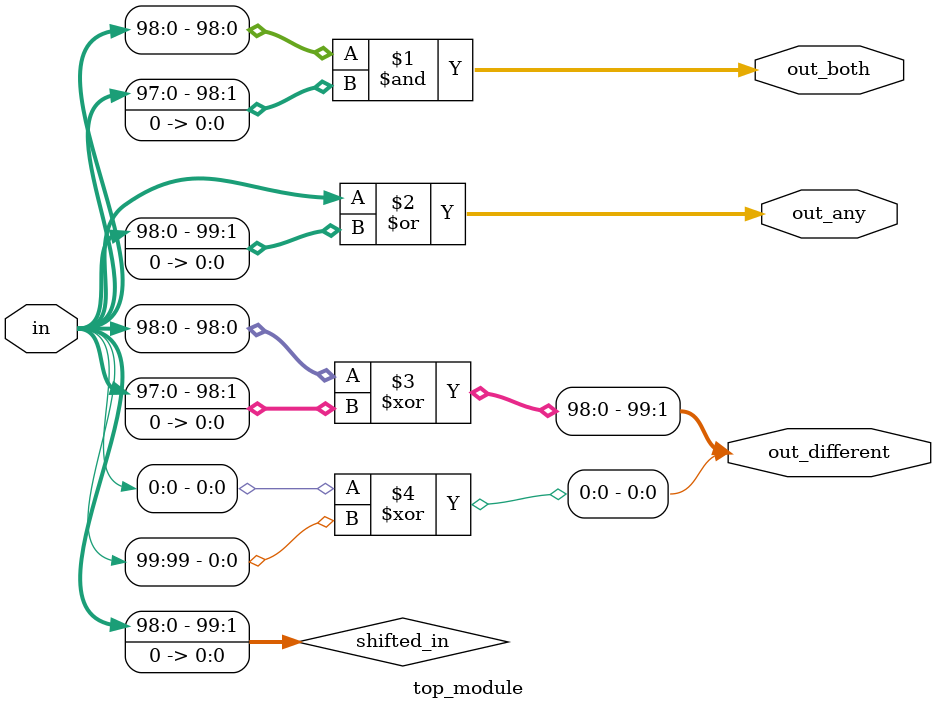
<source format=sv>
module top_module (
	input [99:0] in,
	output [98:0] out_both,
	output [99:0] out_any,
	output [99:0] out_different
);

wire [99:0] shifted_in;

// Shift the input vector by one bit
assign shifted_in = {in[98:0], 1'b0};

// Generate out_both by performing a bit-wise AND operation
assign out_both = in[98:0] & shifted_in[98:0];

// Generate out_any by performing a bit-wise OR operation
assign out_any = in | shifted_in;

// Generate out_different by performing a bit-wise XOR operation
assign out_different[99:1] = in[98:0] ^ shifted_in[98:0];
assign out_different[0] = in[0] ^ in[99];

endmodule

</source>
